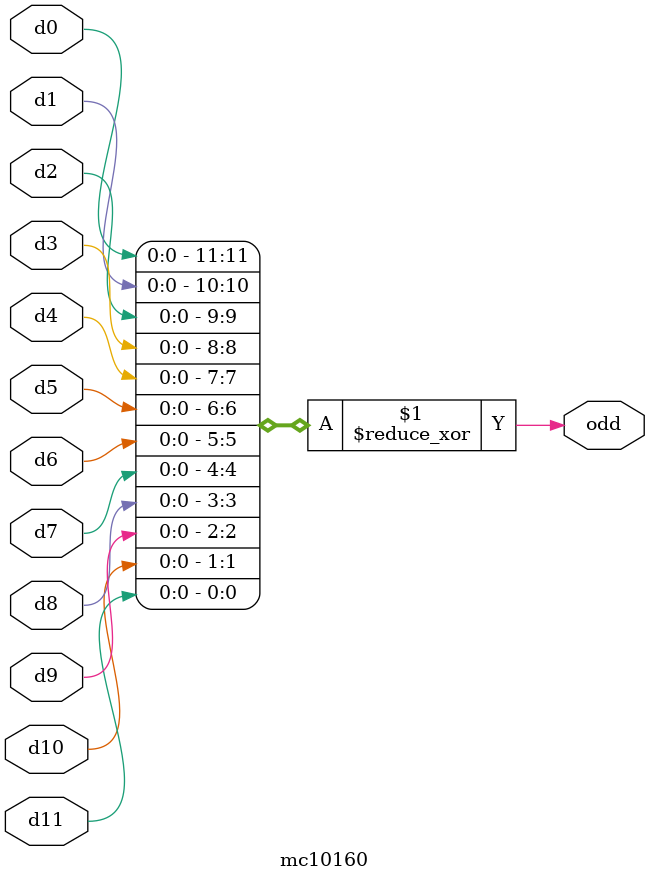
<source format=sv>
module mc10160(input bit d0,d1,d2,d3,d4,d5,d6,d7,d8,d9,d10,d11,
	       output bit odd);

  assign odd = ^{d0,d1,d2,d3,d4,d5,d6,d7,d8,d9,d10,d11};
endmodule

</source>
